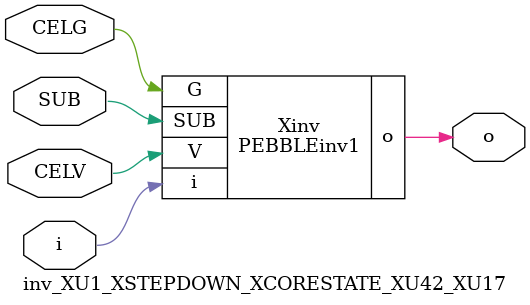
<source format=v>



module PEBBLEinv1 ( o, G, SUB, V, i );

  input V;
  input i;
  input G;
  output o;
  input SUB;
endmodule

//Celera Confidential Do Not Copy inv_XU1_XSTEPDOWN_XCORESTATE_XU42_XU17
//Celera Confidential Symbol Generator
//5V Inverter
module inv_XU1_XSTEPDOWN_XCORESTATE_XU42_XU17 (CELV,CELG,i,o,SUB);
input CELV;
input CELG;
input i;
input SUB;
output o;

//Celera Confidential Do Not Copy inv
PEBBLEinv1 Xinv(
.V (CELV),
.i (i),
.o (o),
.SUB (SUB),
.G (CELG)
);
//,diesize,PEBBLEinv1

//Celera Confidential Do Not Copy Module End
//Celera Schematic Generator
endmodule

</source>
